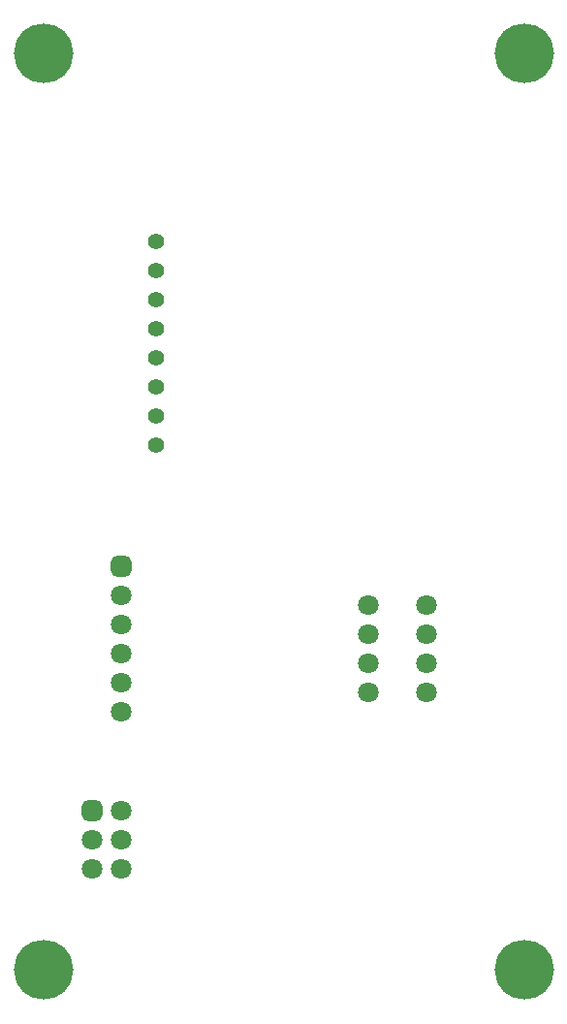
<source format=gbs>
G04 Layer_Color=16711935*
%FSLAX44Y44*%
%MOMM*%
G71*
G01*
G75*
%ADD25C,1.4032*%
%ADD26C,1.8032*%
%ADD27C,5.2032*%
G04:AMPARAMS|DCode=28|XSize=1.8032mm|YSize=1.8032mm|CornerRadius=0.5016mm|HoleSize=0mm|Usage=FLASHONLY|Rotation=90.000|XOffset=0mm|YOffset=0mm|HoleType=Round|Shape=RoundedRectangle|*
%AMROUNDEDRECTD28*
21,1,1.8032,0.8000,0,0,90.0*
21,1,0.8000,1.8032,0,0,90.0*
1,1,1.0032,0.4000,0.4000*
1,1,1.0032,0.4000,-0.4000*
1,1,1.0032,-0.4000,-0.4000*
1,1,1.0032,-0.4000,0.4000*
%
%ADD28ROUNDEDRECTD28*%
D25*
X138684Y498348D02*
D03*
Y523748D02*
D03*
Y574548D02*
D03*
Y599948D02*
D03*
Y625348D02*
D03*
Y676148D02*
D03*
Y549148D02*
D03*
Y650748D02*
D03*
D26*
X323850Y332740D02*
D03*
Y358140D02*
D03*
X374650Y281940D02*
D03*
Y358140D02*
D03*
Y332740D02*
D03*
Y307340D02*
D03*
X323850D02*
D03*
Y281940D02*
D03*
X107950Y290830D02*
D03*
Y341630D02*
D03*
Y367030D02*
D03*
Y316230D02*
D03*
Y265430D02*
D03*
X82550Y128270D02*
D03*
Y153670D02*
D03*
X107950Y179070D02*
D03*
X107950Y153670D02*
D03*
Y128270D02*
D03*
D27*
X460000Y840000D02*
D03*
X40000D02*
D03*
X460000Y40000D02*
D03*
X40000D02*
D03*
D28*
X107950Y392430D02*
D03*
X82550Y179070D02*
D03*
M02*

</source>
